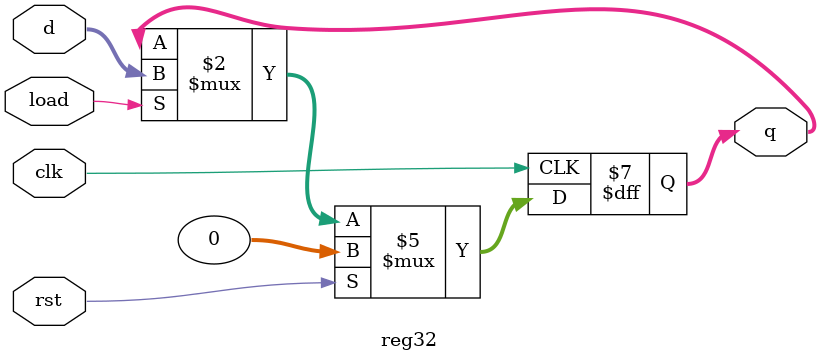
<source format=v>
module reg32 (
    output reg [31:0] q,  // Salida del registro de 32 bits
    input  [31:0] d,      // Entrada de datos de 32 bits
    input  clk,           // Señal de reloj
    input  rst,           // Señal de reset
    input  load           // Señal de carga
);

    always @(posedge clk) begin   
        if (rst)       q <= 32'b0;
        else if (load) q <= d;
    end
endmodule
</source>
